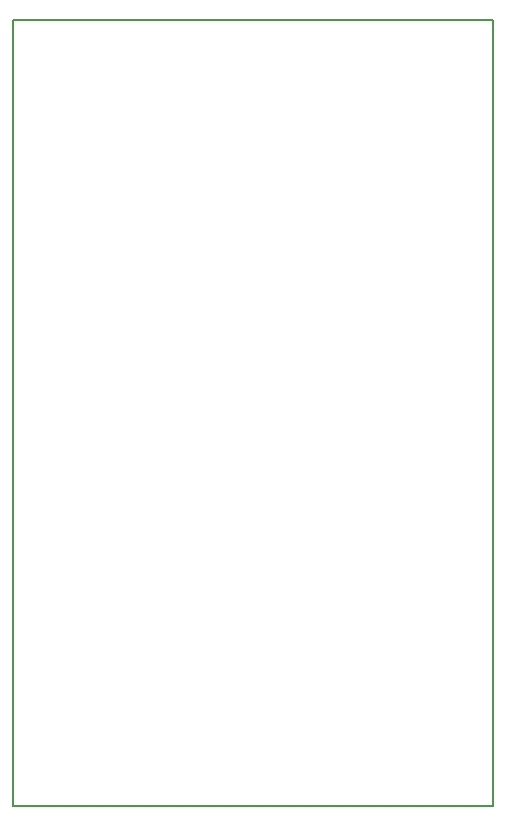
<source format=gbr>
G04 #@! TF.FileFunction,Profile,NP*
%FSLAX46Y46*%
G04 Gerber Fmt 4.6, Leading zero omitted, Abs format (unit mm)*
G04 Created by KiCad (PCBNEW 4.0.4-stable) date 12/12/16 02:41:32*
%MOMM*%
%LPD*%
G01*
G04 APERTURE LIST*
%ADD10C,0.100000*%
%ADD11C,0.150000*%
G04 APERTURE END LIST*
D10*
D11*
X159512000Y-133604000D02*
X118872000Y-133604000D01*
X159512000Y-67056000D02*
X159512000Y-133604000D01*
X142748000Y-67056000D02*
X159512000Y-67056000D01*
X118872000Y-67056000D02*
X142748000Y-67056000D01*
X118872000Y-133604000D02*
X118872000Y-67056000D01*
M02*

</source>
